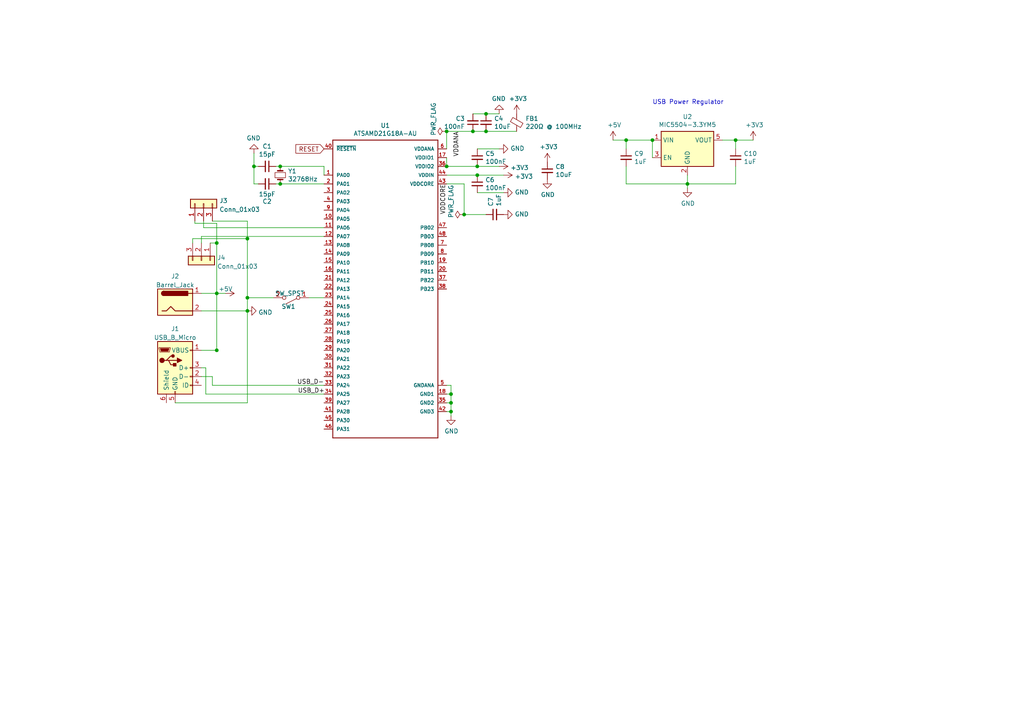
<source format=kicad_sch>
(kicad_sch (version 20211123) (generator eeschema)
  (paper "A4")
  (lib_symbols
    (symbol "Connector:Barrel_Jack" (pin_names (offset 1.016))
      (property "Reference" "J" (at 0 5.334 0))
      (property "Value" "Barrel_Jack" (at 0 -5.08 0))
      (symbol "Barrel_Jack_0_1"
        (rectangle (start -5.08 3.81) (end 5.08 -3.81) (stroke (width 0.254)) (fill (type background)))
        (arc (start -3.302 3.175) (mid -3.937 2.54) (end -3.302 1.905) (stroke (width 0.254)))
        (arc (start -3.302 3.175) (mid -3.937 2.54) (end -3.302 1.905) (stroke (width 0.254)) (fill (type outline)))
        (polyline (pts (xy 5.08 2.54) (xy 3.81 2.54)) (stroke (width 0.254)))
        (polyline (pts (xy -3.81 -2.54) (xy -2.54 -2.54) (xy -1.27 -1.27) (xy 0 -2.54) (xy 2.54 -2.54) (xy 5.08 -2.54)) (stroke (width 0.254)))
        (rectangle (start 3.683 3.175) (end -3.302 1.905) (stroke (width 0.254)) (fill (type outline)))
      )
      (symbol "Barrel_Jack_1_1"
        (pin passive line (at 7.62 2.54 180) (length 2.54) (name "~") (number "1"))
        (pin passive line (at 7.62 -2.54 180) (length 2.54) (name "~") (number "2"))
      )
    )
    (symbol "Connector:USB_B_Micro" (pin_names (offset 1.016))
      (property "Reference" "J" (at -5.08 11.43 0))
      (property "Value" "USB_B_Micro" (at -5.08 8.89 0))
      (symbol "USB_B_Micro_0_1"
        (rectangle (start -5.08 -7.62) (end 5.08 7.62) (stroke (width 0.254)) (fill (type background)))
        (circle (center -3.81 2.159) (radius 0.635) (stroke (width 0.254)) (fill (type outline)))
        (circle (center -0.635 3.429) (radius 0.381) (stroke (width 0.254)) (fill (type outline)))
        (rectangle (start -0.127 -7.62) (end 0.127 -6.858))
        (polyline (pts (xy -1.905 2.159) (xy 0.635 2.159)) (stroke (width 0.254)))
        (polyline (pts (xy -3.175 2.159) (xy -2.54 2.159) (xy -1.27 3.429) (xy -0.635 3.429)) (stroke (width 0.254)))
        (polyline (pts (xy -2.54 2.159) (xy -1.905 2.159) (xy -1.27 0.889) (xy 0 0.889)) (stroke (width 0.254)))
        (polyline (pts (xy 0.635 2.794) (xy 0.635 1.524) (xy 1.905 2.159) (xy 0.635 2.794)) (stroke (width 0.254)) (fill (type outline)))
        (polyline (pts (xy -4.318 5.588) (xy -1.778 5.588) (xy -2.032 4.826) (xy -4.064 4.826) (xy -4.318 5.588)) (fill (type outline)))
        (polyline (pts (xy -4.699 5.842) (xy -4.699 5.588) (xy -4.445 4.826) (xy -4.445 4.572) (xy -1.651 4.572) (xy -1.651 4.826) (xy -1.397 5.588) (xy -1.397 5.842) (xy -4.699 5.842)))
        (rectangle (start 0.254 1.27) (end -0.508 0.508) (stroke (width 0.254)) (fill (type outline)))
        (rectangle (start 5.08 -5.207) (end 4.318 -4.953))
        (rectangle (start 5.08 -2.667) (end 4.318 -2.413))
        (rectangle (start 5.08 -0.127) (end 4.318 0.127))
        (rectangle (start 5.08 4.953) (end 4.318 5.207))
      )
      (symbol "USB_B_Micro_1_1"
        (pin power_out line (at 7.62 5.08 180) (length 2.54) (name "VBUS") (number "1"))
        (pin bidirectional line (at 7.62 -2.54 180) (length 2.54) (name "D-") (number "2"))
        (pin bidirectional line (at 7.62 0 180) (length 2.54) (name "D+") (number "3"))
        (pin passive line (at 7.62 -5.08 180) (length 2.54) (name "ID") (number "4"))
        (pin power_out line (at 0 -10.16 90) (length 2.54) (name "GND") (number "5"))
        (pin passive line (at -2.54 -10.16 90) (length 2.54) (name "Shield") (number "6"))
      )
    )
    (symbol "Connector_Generic:Conn_01x03" (pin_names (offset 1.016) hide)
      (property "Reference" "J" (at 0 5.08 0))
      (property "Value" "Conn_01x03" (at 0 -5.08 0))
      (symbol "Conn_01x03_1_1"
        (rectangle (start -1.27 -2.413) (end 0 -2.667) (stroke (width 0.1524)))
        (rectangle (start -1.27 0.127) (end 0 -0.127) (stroke (width 0.1524)))
        (rectangle (start -1.27 2.667) (end 0 2.413) (stroke (width 0.1524)))
        (rectangle (start -1.27 3.81) (end 1.27 -3.81) (stroke (width 0.254)) (fill (type background)))
        (pin passive line (at -5.08 2.54 0) (length 3.81) (name "Pin_1") (number "1"))
        (pin passive line (at -5.08 0 0) (length 3.81) (name "Pin_2") (number "2"))
        (pin passive line (at -5.08 -2.54 0) (length 3.81) (name "Pin_3") (number "3"))
      )
    )
    (symbol "Device:C_Small" (pin_numbers hide) (pin_names (offset 0.254) hide)
      (property "Reference" "C" (at 0.254 1.778 0))
      (property "Value" "C_Small" (at 0.254 -2.032 0))
      (symbol "C_Small_0_1"
        (polyline (pts (xy -1.524 -0.508) (xy 1.524 -0.508)) (stroke (width 0.3302)))
        (polyline (pts (xy -1.524 0.508) (xy 1.524 0.508)) (stroke (width 0.3048)))
      )
      (symbol "C_Small_1_1"
        (pin passive line (at 0 2.54 270) (length 2.032) (name "~") (number "1"))
        (pin passive line (at 0 -2.54 90) (length 2.032) (name "~") (number "2"))
      )
    )
    (symbol "Device:Crystal_Small" (pin_numbers hide) (pin_names (offset 1.016) hide)
      (property "Reference" "Y" (at 0 2.54 0))
      (property "Value" "Crystal_Small" (at 0 -2.54 0))
      (symbol "Crystal_Small_0_1"
        (rectangle (start -0.762 -1.524) (end 0.762 1.524))
        (polyline (pts (xy -1.27 -0.762) (xy -1.27 0.762)) (stroke (width 0.381)))
        (polyline (pts (xy 1.27 -0.762) (xy 1.27 0.762)) (stroke (width 0.381)))
      )
      (symbol "Crystal_Small_1_1"
        (pin passive line (at -2.54 0 0) (length 1.27) (name "1") (number "1"))
        (pin passive line (at 2.54 0 180) (length 1.27) (name "2") (number "2"))
      )
    )
    (symbol "Regulator_Linear:MIC5504-3.3YM5"
      (property "Reference" "U" (at -7.62 8.89 0))
      (property "Value" "MIC5504-3.3YM5" (at -7.62 6.35 0))
      (symbol "MIC5504-3.3YM5_0_1"
        (rectangle (start -7.62 -5.08) (end 7.62 5.08) (stroke (width 0.254)) (fill (type background)))
      )
      (symbol "MIC5504-3.3YM5_1_1"
        (pin power_in line (at -10.16 2.54 0) (length 2.54) (name "VIN") (number "1"))
        (pin power_in line (at 0 -7.62 90) (length 2.54) (name "GND") (number "2"))
        (pin input line (at -10.16 -2.54 0) (length 2.54) (name "EN") (number "3"))
        (pin no_connect line (at 7.62 -2.54 180) (length 2.54) hide (name "NC") (number "4"))
        (pin power_out line (at 10.16 2.54 180) (length 2.54) (name "VOUT") (number "5"))
      )
    )
    (symbol "Switch:SW_SPST" (pin_names (offset 0) hide)
      (property "Reference" "SW" (at 0 3.175 0))
      (property "Value" "SW_SPST" (at 0 -2.54 0))
      (symbol "SW_SPST_0_0"
        (circle (center -2.032 0) (radius 0.508))
        (polyline (pts (xy -1.524 0.254) (xy 1.524 1.778)))
        (circle (center 2.032 0) (radius 0.508))
      )
      (symbol "SW_SPST_1_1"
        (pin passive line (at -5.08 0 0) (length 2.54) (name "A") (number "1"))
        (pin passive line (at 5.08 0 180) (length 2.54) (name "B") (number "2"))
      )
    )
    (symbol "earthvenusmars-rescue:+3.3V-power" (power) (pin_names (offset 0))
      (property "Value" "+3.3V-power" (at 0 3.556 0))
      (symbol "+3.3V-power_0_1"
        (polyline (pts (xy -0.762 1.27) (xy 0 2.54)))
        (polyline (pts (xy 0 0) (xy 0 2.54)))
        (polyline (pts (xy 0 2.54) (xy 0.762 1.27)))
      )
      (symbol "+3.3V-power_1_1"
        (pin power_in line (at 0 0 90) (length 0) hide (name "+3V3") (number "1"))
      )
    )
    (symbol "earthvenusmars-rescue:ATSAMD21G18A-AU-ATSAMD21G18A-AU" (pin_names (offset 1.016))
      (property "Reference" "U" (at -15.24 43.7134 0))
      (property "Value" "ATSAMD21G18A-AU-ATSAMD21G18A-AU" (at -15.2654 -45.7962 0))
      (symbol "ATSAMD21G18A-AU-ATSAMD21G18A-AU_0_0"
        (polyline (pts (xy -15.24 -43.18) (xy -15.24 43.18)) (stroke (width 0.254)))
        (polyline (pts (xy -15.24 43.18) (xy 15.24 43.18)) (stroke (width 0.254)))
        (polyline (pts (xy 15.24 -43.18) (xy -15.24 -43.18)) (stroke (width 0.254)))
        (polyline (pts (xy 15.24 43.18) (xy 15.24 -43.18)) (stroke (width 0.254)))
        (pin bidirectional line (at -17.78 33.02 0) (length 2.54) (name "PA00") (number "1"))
        (pin bidirectional line (at -17.78 20.32 0) (length 2.54) (name "PA05") (number "10"))
        (pin bidirectional line (at -17.78 17.78 0) (length 2.54) (name "PA06") (number "11"))
        (pin bidirectional line (at -17.78 15.24 0) (length 2.54) (name "PA07") (number "12"))
        (pin bidirectional line (at -17.78 12.7 0) (length 2.54) (name "PA08") (number "13"))
        (pin bidirectional line (at -17.78 10.16 0) (length 2.54) (name "PA09") (number "14"))
        (pin bidirectional line (at -17.78 7.62 0) (length 2.54) (name "PA10") (number "15"))
        (pin bidirectional line (at -17.78 5.08 0) (length 2.54) (name "PA11") (number "16"))
        (pin power_in line (at 17.78 38.1 180) (length 2.54) (name "VDDIO1") (number "17"))
        (pin power_in line (at 17.78 -30.48 180) (length 2.54) (name "GND1") (number "18"))
        (pin bidirectional line (at 17.78 7.62 180) (length 2.54) (name "PB10") (number "19"))
        (pin bidirectional line (at -17.78 30.48 0) (length 2.54) (name "PA01") (number "2"))
        (pin bidirectional line (at 17.78 5.08 180) (length 2.54) (name "PB11") (number "20"))
        (pin bidirectional line (at -17.78 2.54 0) (length 2.54) (name "PA12") (number "21"))
        (pin bidirectional line (at -17.78 0 0) (length 2.54) (name "PA13") (number "22"))
        (pin bidirectional line (at -17.78 -2.54 0) (length 2.54) (name "PA14") (number "23"))
        (pin bidirectional line (at -17.78 -5.08 0) (length 2.54) (name "PA15") (number "24"))
        (pin bidirectional line (at -17.78 -7.62 0) (length 2.54) (name "PA16") (number "25"))
        (pin bidirectional line (at -17.78 -10.16 0) (length 2.54) (name "PA17") (number "26"))
        (pin bidirectional line (at -17.78 -12.7 0) (length 2.54) (name "PA18") (number "27"))
        (pin bidirectional line (at -17.78 -15.24 0) (length 2.54) (name "PA19") (number "28"))
        (pin bidirectional line (at -17.78 -17.78 0) (length 2.54) (name "PA20") (number "29"))
        (pin bidirectional line (at -17.78 27.94 0) (length 2.54) (name "PA02") (number "3"))
        (pin bidirectional line (at -17.78 -20.32 0) (length 2.54) (name "PA21") (number "30"))
        (pin bidirectional line (at -17.78 -22.86 0) (length 2.54) (name "PA22") (number "31"))
        (pin bidirectional line (at -17.78 -25.4 0) (length 2.54) (name "PA23") (number "32"))
        (pin bidirectional line (at -17.78 -27.94 0) (length 2.54) (name "PA24") (number "33"))
        (pin bidirectional line (at -17.78 -30.48 0) (length 2.54) (name "PA25") (number "34"))
        (pin power_in line (at 17.78 -33.02 180) (length 2.54) (name "GND2") (number "35"))
        (pin power_in line (at 17.78 35.56 180) (length 2.54) (name "VDDIO2") (number "36"))
        (pin bidirectional line (at 17.78 2.54 180) (length 2.54) (name "PB22") (number "37"))
        (pin bidirectional line (at 17.78 0 180) (length 2.54) (name "PB23") (number "38"))
        (pin bidirectional line (at -17.78 -33.02 0) (length 2.54) (name "PA27") (number "39"))
        (pin bidirectional line (at -17.78 25.4 0) (length 2.54) (name "PA03") (number "4"))
        (pin input line (at -17.78 40.64 0) (length 2.54) (name "~{RESETN}") (number "40"))
        (pin bidirectional line (at -17.78 -35.56 0) (length 2.54) (name "PA28") (number "41"))
        (pin power_in line (at 17.78 -35.56 180) (length 2.54) (name "GND3") (number "42"))
        (pin power_in line (at 17.78 30.48 180) (length 2.54) (name "VDDCORE") (number "43"))
        (pin power_in line (at 17.78 33.02 180) (length 2.54) (name "VDDIN") (number "44"))
        (pin bidirectional line (at -17.78 -38.1 0) (length 2.54) (name "PA30") (number "45"))
        (pin bidirectional line (at -17.78 -40.64 0) (length 2.54) (name "PA31") (number "46"))
        (pin bidirectional line (at 17.78 17.78 180) (length 2.54) (name "PB02") (number "47"))
        (pin bidirectional line (at 17.78 15.24 180) (length 2.54) (name "PB03") (number "48"))
        (pin power_in line (at 17.78 -27.94 180) (length 2.54) (name "GNDANA") (number "5"))
        (pin power_in line (at 17.78 40.64 180) (length 2.54) (name "VDDANA") (number "6"))
        (pin bidirectional line (at 17.78 12.7 180) (length 2.54) (name "PB08") (number "7"))
        (pin bidirectional line (at 17.78 10.16 180) (length 2.54) (name "PB09") (number "8"))
        (pin bidirectional line (at -17.78 22.86 0) (length 2.54) (name "PA04") (number "9"))
      )
    )
    (symbol "earthvenusmars-rescue:Ferrite_Bead_Small-Device" (pin_numbers hide) (pin_names (offset 0))
      (property "Reference" "FB" (at 1.905 1.27 0))
      (property "Value" "Ferrite_Bead_Small-Device" (at 1.905 -1.27 0))
      (symbol "Ferrite_Bead_Small-Device_0_1"
        (polyline (pts (xy 0 -1.27) (xy 0 -0.7874)))
        (polyline (pts (xy 0 0.889) (xy 0 1.2954)))
        (polyline (pts (xy -1.8288 0.2794) (xy -1.1176 1.4986) (xy 1.8288 -0.2032) (xy 1.1176 -1.4224) (xy -1.8288 0.2794)))
      )
      (symbol "Ferrite_Bead_Small-Device_1_1"
        (pin passive line (at 0 2.54 270) (length 1.27) (name "~") (number "1"))
        (pin passive line (at 0 -2.54 90) (length 1.27) (name "~") (number "2"))
      )
    )
    (symbol "power:+5V" (power) (pin_names (offset 0))
      (property "Value" "+5V" (at 0 3.556 0))
      (symbol "+5V_0_1"
        (polyline (pts (xy -0.762 1.27) (xy 0 2.54)))
        (polyline (pts (xy 0 0) (xy 0 2.54)))
        (polyline (pts (xy 0 2.54) (xy 0.762 1.27)))
      )
      (symbol "+5V_1_1"
        (pin power_in line (at 0 0 90) (length 0) hide (name "+5V") (number "1"))
      )
    )
    (symbol "power:GND" (power) (pin_names (offset 0))
      (property "Value" "GND" (at 0 -3.81 0))
      (symbol "GND_0_1"
        (polyline (pts (xy 0 0) (xy 0 -1.27) (xy 1.27 -1.27) (xy 0 -2.54) (xy -1.27 -1.27) (xy 0 -1.27)))
      )
      (symbol "GND_1_1"
        (pin power_in line (at 0 0 270) (length 0) hide (name "GND") (number "1"))
      )
    )
    (symbol "power:PWR_FLAG" (power) (pin_numbers hide) (pin_names (offset 0) hide)
      (property "Value" "PWR_FLAG" (at 0 3.81 0))
      (symbol "PWR_FLAG_0_0"
        (pin power_out line (at 0 0 90) (length 0) (name "pwr") (number "1"))
      )
      (symbol "PWR_FLAG_0_1"
        (polyline (pts (xy 0 0) (xy 0 1.27) (xy -1.016 1.905) (xy 0 2.54) (xy 1.016 1.905) (xy 0 1.27)))
      )
    )
  )
  (junction (at 62.865 70.485))
  (junction (at 71.755 90.17))
  (junction (at 129.54 48.26))
  (junction (at 140.97 38.1))
  (junction (at 138.43 50.8))
  (junction (at 213.36 40.64))
  (junction (at 129.54 38.1))
  (junction (at 138.43 48.26))
  (junction (at 181.61 40.64))
  (junction (at 199.39 53.34))
  (junction (at 71.755 69.215))
  (junction (at 62.865 101.6))
  (junction (at 81.28 48.26))
  (junction (at 140.97 33.02))
  (junction (at 81.28 53.34))
  (junction (at 134.62 62.23))
  (junction (at 62.865 85.09))
  (junction (at 130.81 119.38))
  (junction (at 130.81 114.3))
  (junction (at 189.23 40.64))
  (junction (at 73.66 48.26))
  (junction (at 71.755 86.36))
  (junction (at 130.81 116.84))
  (junction (at 137.16 38.1))
  (wire (pts (xy 59.69 114.3) (xy 59.69 106.68)))
  (wire (pts (xy 213.36 48.26) (xy 213.36 53.34)))
  (wire (pts (xy 58.42 101.6) (xy 62.865 101.6)))
  (wire (pts (xy 140.97 38.1) (xy 137.16 38.1)))
  (wire (pts (xy 129.54 111.76) (xy 130.81 111.76)))
  (wire (pts (xy 181.61 40.64) (xy 189.23 40.64)))
  (wire (pts (xy 62.865 64.77) (xy 56.515 64.77)))
  (wire (pts (xy 199.39 53.34) (xy 199.39 54.61)))
  (wire (pts (xy 50.8 116.84) (xy 71.755 116.84)))
  (wire (pts (xy 129.54 53.34) (xy 134.62 53.34)))
  (wire (pts (xy 61.595 111.76) (xy 93.98 111.76)))
  (wire (pts (xy 71.755 69.215) (xy 71.755 86.36)))
  (wire (pts (xy 213.36 40.64) (xy 213.36 43.18)))
  (wire (pts (xy 199.39 50.8) (xy 199.39 53.34)))
  (wire (pts (xy 81.28 48.26) (xy 93.98 48.26)))
  (wire (pts (xy 59.69 114.3) (xy 93.98 114.3)))
  (wire (pts (xy 79.375 86.36) (xy 71.755 86.36)))
  (wire (pts (xy 138.43 55.88) (xy 146.05 55.88)))
  (wire (pts (xy 130.81 111.76) (xy 130.81 114.3)))
  (wire (pts (xy 209.55 40.64) (xy 213.36 40.64)))
  (wire (pts (xy 73.66 44.45) (xy 73.66 48.26)))
  (wire (pts (xy 71.755 86.36) (xy 71.755 90.17)))
  (wire (pts (xy 129.54 48.26) (xy 138.43 48.26)))
  (wire (pts (xy 60.96 70.485) (xy 62.865 70.485)))
  (wire (pts (xy 140.97 33.02) (xy 144.78 33.02)))
  (wire (pts (xy 130.81 116.84) (xy 130.81 119.38)))
  (wire (pts (xy 71.755 90.17) (xy 58.42 90.17)))
  (wire (pts (xy 130.81 114.3) (xy 130.81 116.84)))
  (wire (pts (xy 181.61 40.64) (xy 177.8 40.64)))
  (wire (pts (xy 129.54 45.72) (xy 129.54 48.26)))
  (wire (pts (xy 71.755 90.17) (xy 71.755 116.84)))
  (wire (pts (xy 138.43 48.26) (xy 144.78 48.26)))
  (wire (pts (xy 213.36 40.64) (xy 218.44 40.64)))
  (wire (pts (xy 81.28 53.34) (xy 93.98 53.34)))
  (wire (pts (xy 129.54 114.3) (xy 130.81 114.3)))
  (wire (pts (xy 62.865 85.09) (xy 62.865 101.6)))
  (wire (pts (xy 73.66 53.34) (xy 73.66 48.26)))
  (wire (pts (xy 58.42 109.22) (xy 61.595 109.22)))
  (wire (pts (xy 58.42 68.58) (xy 93.98 68.58)))
  (wire (pts (xy 55.88 70.485) (xy 55.88 69.215)))
  (wire (pts (xy 137.16 33.02) (xy 140.97 33.02)))
  (wire (pts (xy 80.01 53.34) (xy 81.28 53.34)))
  (wire (pts (xy 138.43 43.18) (xy 144.78 43.18)))
  (wire (pts (xy 62.865 64.77) (xy 62.865 70.485)))
  (wire (pts (xy 129.54 50.8) (xy 138.43 50.8)))
  (wire (pts (xy 130.81 119.38) (xy 130.81 120.65)))
  (wire (pts (xy 140.97 38.1) (xy 149.86 38.1)))
  (wire (pts (xy 59.055 64.135) (xy 59.055 66.04)))
  (wire (pts (xy 55.88 69.215) (xy 71.755 69.215)))
  (wire (pts (xy 56.515 64.77) (xy 56.515 64.135)))
  (wire (pts (xy 58.42 85.09) (xy 62.865 85.09)))
  (wire (pts (xy 93.98 48.26) (xy 93.98 50.8)))
  (wire (pts (xy 134.62 53.34) (xy 134.62 62.23)))
  (wire (pts (xy 80.01 48.26) (xy 81.28 48.26)))
  (wire (pts (xy 62.865 70.485) (xy 62.865 85.09)))
  (wire (pts (xy 129.54 43.18) (xy 129.54 38.1)))
  (wire (pts (xy 181.61 53.34) (xy 181.61 48.26)))
  (wire (pts (xy 199.39 53.34) (xy 213.36 53.34)))
  (wire (pts (xy 138.43 50.8) (xy 146.05 50.8)))
  (wire (pts (xy 71.755 64.135) (xy 71.755 69.215)))
  (wire (pts (xy 93.98 86.36) (xy 89.535 86.36)))
  (wire (pts (xy 181.61 43.18) (xy 181.61 40.64)))
  (wire (pts (xy 129.54 116.84) (xy 130.81 116.84)))
  (wire (pts (xy 129.54 38.1) (xy 137.16 38.1)))
  (wire (pts (xy 59.055 66.04) (xy 93.98 66.04)))
  (wire (pts (xy 58.42 70.485) (xy 58.42 68.58)))
  (wire (pts (xy 58.42 106.68) (xy 59.69 106.68)))
  (wire (pts (xy 74.93 53.34) (xy 73.66 53.34)))
  (wire (pts (xy 129.54 119.38) (xy 130.81 119.38)))
  (wire (pts (xy 189.23 45.72) (xy 189.23 40.64)))
  (wire (pts (xy 61.595 64.135) (xy 71.755 64.135)))
  (wire (pts (xy 73.66 48.26) (xy 74.93 48.26)))
  (wire (pts (xy 62.865 101.6) (xy 62.992 101.6)))
  (wire (pts (xy 61.595 111.76) (xy 61.595 109.22)))
  (wire (pts (xy 134.62 62.23) (xy 140.97 62.23)))
  (wire (pts (xy 62.865 85.09) (xy 65.405 85.09)))
  (wire (pts (xy 199.39 53.34) (xy 181.61 53.34)))
  (text "USB Power Regulator" (at 189.23 30.48 0) (effects (font (size 1.27 1.27)) (justify left bottom)))
  (label "VDDANA" (at 133.35 38.1 270))
  (label "USB_D-" (at 93.98 111.76 180))
  (label "USB_D+" (at 86.36 114.3 0))
  (label "VDDCORE" (at 129.54 53.34 270))
  (global_label "RESET" (shape input) (at 93.98 43.18 180) (property "Intersheet References" "${INTERSHEET_REFS}" (effects hide)))
  (symbol (lib_id "earthvenusmars-rescue:ATSAMD21G18A-AU-ATSAMD21G18A-AU") (at 111.76 83.82 0) (unit 1)
    (property "Reference" "U1" (at 111.76 36.3982 0))
    (property "Value" "ATSAMD21G18A-AU" (at 111.76 38.7096 0))
    (property "Footprint" "mood:ATSAMD21G18A-AU" (effects hide))
    (property "Datasheet" "ATMEL" (effects hide))
  )
  (symbol (lib_id "power:GND") (at 158.75 52.07 0) (unit 1)
    (property "Reference" "#PWR012" (effects hide))
    (property "Value" "GND" (at 158.877 56.4642 0))
  )
  (symbol (lib_id "Connector_Generic:Conn_01x03") (at 59.055 59.055 90) (unit 1)
    (property "Reference" "J3" (at 63.627 58.2203 90) (effects (justify right)))
    (property "Value" "Conn_01x03" (at 63.627 60.7572 90) (effects (justify right)))
    (property "Footprint" "Connector_PinHeader_2.54mm:PinHeader_1x03_P2.54mm_Horizontal" (effects hide))
  )
  (symbol (lib_id "Device:C_Small") (at 77.47 53.34 270) (mirror x) (unit 1)
    (property "Reference" "C2" (at 77.47 58.42 90))
    (property "Value" "15pF" (at 77.47 56.3118 90))
    (property "Footprint" "Capacitor_SMD:C_0402_1005Metric" (effects hide))
  )
  (symbol (lib_id "Device:C_Small") (at 143.51 62.23 90) (mirror x) (unit 1)
    (property "Reference" "C7" (at 142.3416 59.8932 0) (effects (justify right)))
    (property "Value" "1uF" (at 144.653 59.8932 0) (effects (justify right)))
    (property "Footprint" "Capacitor_SMD:C_0603_1608Metric" (effects hide))
  )
  (symbol (lib_id "power:GND") (at 146.05 62.23 90) (unit 1)
    (property "Reference" "#PWR09" (effects hide))
    (property "Value" "GND" (at 149.3012 62.103 90) (effects (justify right)))
  )
  (symbol (lib_id "Connector:Barrel_Jack") (at 50.8 87.63 0) (unit 1)
    (property "Reference" "J2" (at 50.8 80.1202 0))
    (property "Value" "Barrel_Jack" (at 50.8 82.6571 0))
    (property "Footprint" "mood:CUI_PJ-063AH" (effects hide))
    (property "Designation" "PJ-063AH" (effects hide))
  )
  (symbol (lib_id "Device:Crystal_Small") (at 81.28 50.8 270) (unit 1)
    (property "Reference" "Y1" (at 83.5152 49.6316 90) (effects (justify left)))
    (property "Value" "32768Hz" (at 83.5152 51.943 90) (effects (justify left)))
    (property "Footprint" "Crystal:Crystal_SMD_3215-2Pin_3.2x1.5mm" (effects hide))
    (property "Designation" "ECS-.327-12.5-34B-TR" (effects hide))
  )
  (symbol (lib_id "earthvenusmars-rescue:+3.3V-power") (at 146.05 50.8 270) (unit 1)
    (property "Reference" "#PWR07" (effects hide))
    (property "Value" "+3.3V" (at 149.3012 51.181 90) (effects (justify left)))
  )
  (symbol (lib_id "power:+5V") (at 177.8 40.64 0) (unit 1)
    (property "Reference" "#PWR013" (effects hide))
    (property "Value" "+5V" (at 178.181 36.2458 0))
  )
  (symbol (lib_id "Device:C_Small") (at 138.43 45.72 0) (mirror y) (unit 1)
    (property "Reference" "C5" (at 140.7668 44.5516 0) (effects (justify right)))
    (property "Value" "100nF" (at 140.7668 46.863 0) (effects (justify right)))
    (property "Footprint" "Capacitor_SMD:C_0402_1005Metric" (effects hide))
  )
  (symbol (lib_id "Switch:SW_SPST") (at 84.455 86.36 180) (unit 1)
    (property "Reference" "SW1" (at 85.725 88.9 0) (effects (justify left)))
    (property "Value" "SW_SPST" (at 88.265 85.09 0) (effects (justify left)))
    (property "Footprint" "mood:CS1204AF160" (effects hide))
  )
  (symbol (lib_id "power:GND") (at 144.78 33.02 180) (unit 1)
    (property "Reference" "#PWR04" (effects hide))
    (property "Value" "GND" (at 144.653 28.6258 0))
  )
  (symbol (lib_id "earthvenusmars-rescue:+3.3V-power") (at 149.86 33.02 0) (unit 1)
    (property "Reference" "#PWR010" (effects hide))
    (property "Value" "+3.3V" (at 150.241 28.6258 0))
  )
  (symbol (lib_id "power:GND") (at 73.66 44.45 180) (unit 1)
    (property "Reference" "#PWR01" (effects hide))
    (property "Value" "GND" (at 73.533 40.0558 0))
  )
  (symbol (lib_id "Device:C_Small") (at 213.36 45.72 0) (mirror y) (unit 1)
    (property "Reference" "C10" (at 215.6968 44.5516 0) (effects (justify right)))
    (property "Value" "1uF" (at 215.6968 46.863 0) (effects (justify right)))
    (property "Footprint" "Capacitor_SMD:C_0603_1608Metric" (effects hide))
  )
  (symbol (lib_id "Connector_Generic:Conn_01x03") (at 58.42 75.565 270) (unit 1)
    (property "Reference" "J4" (at 62.992 74.7303 90) (effects (justify left)))
    (property "Value" "Conn_01x03" (at 62.992 77.2672 90) (effects (justify left)))
    (property "Footprint" "Connector_PinHeader_2.54mm:PinHeader_1x03_P2.54mm_Horizontal" (effects hide))
  )
  (symbol (lib_id "power:GND") (at 144.78 43.18 90) (unit 1)
    (property "Reference" "#PWR05" (effects hide))
    (property "Value" "GND" (at 148.0312 43.053 90) (effects (justify right)))
  )
  (symbol (lib_id "power:GND") (at 146.05 55.88 90) (unit 1)
    (property "Reference" "#PWR08" (effects hide))
    (property "Value" "GND" (at 149.3012 55.753 90) (effects (justify right)))
  )
  (symbol (lib_id "power:PWR_FLAG") (at 134.62 62.23 90) (unit 1)
    (property "Reference" "#FLG02" (effects hide))
    (property "Value" "PWR_FLAG" (at 130.81 58.42 0))
  )
  (symbol (lib_id "power:GND") (at 130.81 120.65 0) (unit 1)
    (property "Reference" "#PWR03" (effects hide))
    (property "Value" "GND" (at 130.937 125.0442 0))
  )
  (symbol (lib_id "earthvenusmars-rescue:+3.3V-power") (at 144.78 48.26 270) (unit 1)
    (property "Reference" "#PWR06" (effects hide))
    (property "Value" "+3.3V" (at 148.0312 48.641 90) (effects (justify left)))
  )
  (symbol (lib_id "power:GND") (at 71.755 90.17 90) (unit 1)
    (property "Reference" "#PWR0101" (effects hide))
    (property "Value" "GND" (at 74.93 90.6038 90) (effects (justify right)))
  )
  (symbol (lib_id "Device:C_Small") (at 158.75 49.53 0) (mirror y) (unit 1)
    (property "Reference" "C8" (at 161.0868 48.3616 0) (effects (justify right)))
    (property "Value" "10uF" (at 161.0868 50.673 0) (effects (justify right)))
    (property "Footprint" "Capacitor_SMD:C_0402_1005Metric" (effects hide))
  )
  (symbol (lib_id "earthvenusmars-rescue:Ferrite_Bead_Small-Device") (at 149.86 35.56 0) (unit 1)
    (property "Reference" "FB1" (at 152.4 34.3916 0) (effects (justify left)))
    (property "Value" "220Ω @ 100MHz" (at 152.4 36.703 0) (effects (justify left)))
    (property "Footprint" "Inductor_SMD:L_0603_1608Metric" (effects hide))
    (property "Designation" "BLM18AG221SN1D" (effects hide))
  )
  (symbol (lib_id "Device:C_Small") (at 137.16 35.56 0) (mirror x) (unit 1)
    (property "Reference" "C3" (at 134.8486 34.3916 0) (effects (justify right)))
    (property "Value" "100nF" (at 134.8486 36.703 0) (effects (justify right)))
    (property "Footprint" "Capacitor_SMD:C_0402_1005Metric" (effects hide))
  )
  (symbol (lib_id "power:PWR_FLAG") (at 129.54 38.1 90) (unit 1)
    (property "Reference" "#FLG01" (effects hide))
    (property "Value" "PWR_FLAG" (at 125.73 39.37 0) (effects (justify left)))
  )
  (symbol (lib_id "Device:C_Small") (at 138.43 53.34 0) (mirror y) (unit 1)
    (property "Reference" "C6" (at 140.7668 52.1716 0) (effects (justify right)))
    (property "Value" "100nF" (at 140.7668 54.483 0) (effects (justify right)))
    (property "Footprint" "Capacitor_SMD:C_0402_1005Metric" (effects hide))
  )
  (symbol (lib_id "earthvenusmars-rescue:+3.3V-power") (at 218.44 40.64 0) (unit 1)
    (property "Reference" "#PWR015" (effects hide))
    (property "Value" "+3.3V" (at 218.821 36.2458 0))
  )
  (symbol (lib_id "Device:C_Small") (at 181.61 45.72 0) (mirror y) (unit 1)
    (property "Reference" "C9" (at 183.9468 44.5516 0) (effects (justify right)))
    (property "Value" "1uF" (at 183.9468 46.863 0) (effects (justify right)))
    (property "Footprint" "Capacitor_SMD:C_0603_1608Metric" (effects hide))
  )
  (symbol (lib_id "power:GND") (at 199.39 54.61 0) (unit 1)
    (property "Reference" "#PWR014" (effects hide))
    (property "Value" "GND" (at 199.517 59.0042 0))
  )
  (symbol (lib_id "Regulator_Linear:MIC5504-3.3YM5") (at 199.39 43.18 0) (unit 1)
    (property "Reference" "U2" (at 199.39 33.8582 0))
    (property "Value" "MIC5504-3.3YM5" (at 199.39 36.1696 0))
    (property "Footprint" "Package_TO_SOT_SMD:SOT-23-5" (effects hide))
    (property "Datasheet" "http://ww1.microchip.com/downloads/en/DeviceDoc/MIC550X.pdf" (effects hide))
  )
  (symbol (lib_id "power:+5V") (at 65.405 85.09 270) (unit 1)
    (property "Reference" "#PWR0102" (effects hide))
    (property "Value" "+5V" (at 63.373 83.82 90) (effects (justify left)))
  )
  (symbol (lib_id "Connector:USB_B_Micro") (at 50.8 106.68 0) (unit 1)
    (property "Reference" "J1" (at 50.8 95.3602 0))
    (property "Value" "USB_B_Micro" (at 50.8 97.8971 0))
    (property "Footprint" "Connector_USB:USB_Micro-B_GCT_USB3076-30-A" (effects hide))
  )
  (symbol (lib_id "Device:C_Small") (at 77.47 48.26 270) (unit 1)
    (property "Reference" "C1" (at 77.47 42.4434 90))
    (property "Value" "15pF" (at 77.47 44.7548 90))
    (property "Footprint" "Capacitor_SMD:C_0402_1005Metric" (effects hide))
  )
  (symbol (lib_id "Device:C_Small") (at 140.97 35.56 0) (unit 1)
    (property "Reference" "C4" (at 143.3068 34.3916 0) (effects (justify left)))
    (property "Value" "10uF" (at 143.3068 36.703 0) (effects (justify left)))
    (property "Footprint" "Capacitor_SMD:C_0402_1005Metric" (effects hide))
  )
  (symbol (lib_id "earthvenusmars-rescue:+3.3V-power") (at 158.75 46.99 0) (unit 1)
    (property "Reference" "#PWR011" (effects hide))
    (property "Value" "+3.3V" (at 159.131 42.5958 0))
  )
)
</source>
